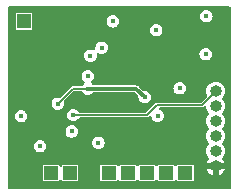
<source format=gbr>
%TF.GenerationSoftware,KiCad,Pcbnew,7.0.2-6a45011f42~172~ubuntu22.04.1*%
%TF.CreationDate,2023-06-03T20:54:13+08:00*%
%TF.ProjectId,fly2040_min,666c7932-3034-4305-9f6d-696e2e6b6963,rev?*%
%TF.SameCoordinates,PX45b6ae0PY2f1c8c0*%
%TF.FileFunction,Copper,L2,Inr*%
%TF.FilePolarity,Positive*%
%FSLAX46Y46*%
G04 Gerber Fmt 4.6, Leading zero omitted, Abs format (unit mm)*
G04 Created by KiCad (PCBNEW 7.0.2-6a45011f42~172~ubuntu22.04.1) date 2023-06-03 20:54:13*
%MOMM*%
%LPD*%
G01*
G04 APERTURE LIST*
%TA.AperFunction,ComponentPad*%
%ADD10R,1.200000X1.200000*%
%TD*%
%TA.AperFunction,ComponentPad*%
%ADD11O,1.000000X1.000000*%
%TD*%
%TA.AperFunction,ViaPad*%
%ADD12C,0.450000*%
%TD*%
%TA.AperFunction,Conductor*%
%ADD13C,0.200000*%
%TD*%
%TA.AperFunction,Conductor*%
%ADD14C,0.357600*%
%TD*%
G04 APERTURE END LIST*
D10*
%TO.N,NS_SCL*%
%TO.C,J7*%
X3687500Y-14150000D03*
%TD*%
D11*
%TO.N,RST*%
%TO.C,J8*%
X17644248Y-7218121D03*
%TO.N,BOOT*%
X17644248Y-8488121D03*
%TO.N,D+*%
X17644248Y-9758121D03*
%TO.N,D-*%
X17644248Y-11028121D03*
%TO.N,+3V3*%
X17644248Y-12298121D03*
%TO.N,GND*%
X17644248Y-13568121D03*
%TD*%
D10*
%TO.N,NS_CPU*%
%TO.C,J1*%
X1410000Y-1320000D03*
%TD*%
%TO.N,NS_CMD*%
%TO.C,J4*%
X11825000Y-14150000D03*
%TD*%
%TO.N,NS_RST*%
%TO.C,J2*%
X8570000Y-14150000D03*
%TD*%
%TO.N,NS_SDA*%
%TO.C,J6*%
X5320000Y-14150000D03*
%TD*%
%TO.N,NS_D0*%
%TO.C,J5*%
X13452500Y-14150000D03*
%TD*%
%TO.N,GND*%
%TO.C,J9*%
X6942500Y-14150000D03*
%TD*%
%TO.N,NS_CLK*%
%TO.C,J3*%
X10197500Y-14150000D03*
%TD*%
%TO.N,+3V3*%
%TO.C,J10*%
X15080000Y-14150000D03*
%TD*%
D12*
%TO.N,GND*%
X10730000Y-8200000D03*
X5700000Y-2420000D03*
X15920000Y-2760000D03*
%TO.N,+3V3*%
X5460000Y-10630000D03*
X12600000Y-2060000D03*
X12735000Y-9300000D03*
X8935000Y-1300000D03*
X6820000Y-5940000D03*
X1160000Y-9340000D03*
X16790000Y-4080000D03*
X14590000Y-6970000D03*
X7710000Y-11590000D03*
%TO.N,BOOT*%
X16850000Y-870000D03*
X2770000Y-11870000D03*
%TO.N,RST*%
X5580000Y-9240000D03*
%TO.N,+1V1*%
X6830000Y-6995000D03*
X11620000Y-7715000D03*
X4270000Y-8270000D03*
%TO.N,NS_SDA*%
X7980000Y-3530000D03*
%TO.N,NS_SCL*%
X7040000Y-4210000D03*
%TD*%
D13*
%TO.N,RST*%
X17644248Y-7225752D02*
X17644248Y-7218121D01*
X12680000Y-8380000D02*
X16490000Y-8380000D01*
X5580000Y-9240000D02*
X11820000Y-9240000D01*
X11820000Y-9240000D02*
X12680000Y-8380000D01*
X16490000Y-8380000D02*
X17644248Y-7225752D01*
%TO.N,+1V1*%
X5545000Y-6995000D02*
X6830000Y-6995000D01*
D14*
X10905000Y-7000000D02*
X11620000Y-7715000D01*
X6830000Y-6995000D02*
X6835000Y-7000000D01*
D13*
X4270000Y-8270000D02*
X5545000Y-6995000D01*
D14*
X6835000Y-7000000D02*
X10905000Y-7000000D01*
%TD*%
%TA.AperFunction,Conductor*%
%TO.N,GND*%
G36*
X18872121Y-60002D02*
G01*
X18918614Y-113658D01*
X18930000Y-166000D01*
X18930000Y-15393933D01*
X18909998Y-15462054D01*
X18856342Y-15508547D01*
X18803933Y-15519933D01*
X175851Y-15510066D01*
X107741Y-15490028D01*
X61277Y-15436348D01*
X49918Y-15384149D01*
X49514Y-14759897D01*
X2987000Y-14759897D01*
X2988832Y-14769105D01*
X2992831Y-14789213D01*
X3015043Y-14822457D01*
X3048287Y-14844669D01*
X3077601Y-14850500D01*
X4297398Y-14850499D01*
X4326713Y-14844669D01*
X4359957Y-14822457D01*
X4382169Y-14789213D01*
X4382169Y-14789212D01*
X4396093Y-14768374D01*
X4396265Y-14768489D01*
X4413071Y-14736356D01*
X4474763Y-14701219D01*
X4545658Y-14705014D01*
X4603247Y-14746535D01*
X4617142Y-14776958D01*
X4625331Y-14789213D01*
X4647543Y-14822457D01*
X4680787Y-14844669D01*
X4710101Y-14850500D01*
X5929898Y-14850499D01*
X5959213Y-14844669D01*
X5992457Y-14822457D01*
X6014669Y-14789213D01*
X6020500Y-14759899D01*
X6020500Y-14759897D01*
X7869500Y-14759897D01*
X7871332Y-14769105D01*
X7875331Y-14789213D01*
X7897543Y-14822457D01*
X7930787Y-14844669D01*
X7960101Y-14850500D01*
X9179898Y-14850499D01*
X9209213Y-14844669D01*
X9242457Y-14822457D01*
X9264669Y-14789213D01*
X9264669Y-14789212D01*
X9278593Y-14768374D01*
X9281781Y-14770504D01*
X9293041Y-14748957D01*
X9354721Y-14713799D01*
X9425617Y-14717570D01*
X9483221Y-14759071D01*
X9487807Y-14769105D01*
X9488906Y-14768372D01*
X9502830Y-14789212D01*
X9502831Y-14789213D01*
X9525043Y-14822457D01*
X9558287Y-14844669D01*
X9587601Y-14850500D01*
X10807398Y-14850499D01*
X10836713Y-14844669D01*
X10869957Y-14822457D01*
X10892169Y-14789213D01*
X10892169Y-14789212D01*
X10906093Y-14768374D01*
X10909281Y-14770504D01*
X10920541Y-14748957D01*
X10982221Y-14713799D01*
X11053117Y-14717570D01*
X11110721Y-14759071D01*
X11115307Y-14769105D01*
X11116406Y-14768372D01*
X11130330Y-14789212D01*
X11130331Y-14789213D01*
X11152543Y-14822457D01*
X11185787Y-14844669D01*
X11215101Y-14850500D01*
X12434898Y-14850499D01*
X12464213Y-14844669D01*
X12497457Y-14822457D01*
X12519669Y-14789213D01*
X12519669Y-14789212D01*
X12533593Y-14768374D01*
X12536781Y-14770504D01*
X12548041Y-14748957D01*
X12609721Y-14713799D01*
X12680617Y-14717570D01*
X12738221Y-14759071D01*
X12742807Y-14769105D01*
X12743906Y-14768372D01*
X12757830Y-14789212D01*
X12757831Y-14789213D01*
X12780043Y-14822457D01*
X12813287Y-14844669D01*
X12842601Y-14850500D01*
X14062398Y-14850499D01*
X14091713Y-14844669D01*
X14124957Y-14822457D01*
X14147169Y-14789213D01*
X14147169Y-14789212D01*
X14161093Y-14768374D01*
X14164281Y-14770504D01*
X14175541Y-14748957D01*
X14237221Y-14713799D01*
X14308117Y-14717570D01*
X14365721Y-14759071D01*
X14370307Y-14769105D01*
X14371406Y-14768372D01*
X14385330Y-14789212D01*
X14385331Y-14789213D01*
X14407543Y-14822457D01*
X14440787Y-14844669D01*
X14470101Y-14850500D01*
X15689898Y-14850499D01*
X15719213Y-14844669D01*
X15752457Y-14822457D01*
X15774669Y-14789213D01*
X15780500Y-14759899D01*
X15780499Y-13822121D01*
X16885564Y-13822121D01*
X16918911Y-13917423D01*
X17014826Y-14070071D01*
X17142298Y-14197543D01*
X17294942Y-14293456D01*
X17390248Y-14326803D01*
X17390248Y-13822121D01*
X16885564Y-13822121D01*
X15780499Y-13822121D01*
X15780499Y-13540102D01*
X15774669Y-13510787D01*
X15752457Y-13477543D01*
X15719213Y-13455331D01*
X15719212Y-13455330D01*
X15689899Y-13449500D01*
X14470102Y-13449500D01*
X14440787Y-13455331D01*
X14407543Y-13477543D01*
X14371407Y-13531626D01*
X14368212Y-13529491D01*
X14356907Y-13551095D01*
X14295206Y-13586217D01*
X14224312Y-13582405D01*
X14166733Y-13540870D01*
X14162182Y-13530900D01*
X14161094Y-13531628D01*
X14147169Y-13510787D01*
X14124957Y-13477543D01*
X14091713Y-13455331D01*
X14091712Y-13455330D01*
X14062399Y-13449500D01*
X12842602Y-13449500D01*
X12813287Y-13455331D01*
X12780043Y-13477543D01*
X12743907Y-13531626D01*
X12740712Y-13529491D01*
X12729407Y-13551095D01*
X12667706Y-13586217D01*
X12596812Y-13582405D01*
X12539233Y-13540870D01*
X12534682Y-13530900D01*
X12533594Y-13531628D01*
X12519669Y-13510787D01*
X12497457Y-13477543D01*
X12464213Y-13455331D01*
X12464212Y-13455330D01*
X12434899Y-13449500D01*
X11215102Y-13449500D01*
X11185787Y-13455331D01*
X11152543Y-13477543D01*
X11116407Y-13531626D01*
X11113212Y-13529491D01*
X11101907Y-13551095D01*
X11040206Y-13586217D01*
X10969312Y-13582405D01*
X10911733Y-13540870D01*
X10907182Y-13530900D01*
X10906094Y-13531628D01*
X10892169Y-13510787D01*
X10869957Y-13477543D01*
X10836713Y-13455331D01*
X10836712Y-13455330D01*
X10807399Y-13449500D01*
X9587602Y-13449500D01*
X9558287Y-13455331D01*
X9525043Y-13477543D01*
X9488907Y-13531626D01*
X9485712Y-13529491D01*
X9474407Y-13551095D01*
X9412706Y-13586217D01*
X9341812Y-13582405D01*
X9284233Y-13540870D01*
X9279682Y-13530900D01*
X9278594Y-13531628D01*
X9264669Y-13510787D01*
X9242457Y-13477543D01*
X9209213Y-13455331D01*
X9209212Y-13455330D01*
X9179899Y-13449500D01*
X7960102Y-13449500D01*
X7930787Y-13455331D01*
X7897543Y-13477543D01*
X7875330Y-13510787D01*
X7869500Y-13540100D01*
X7869500Y-14759897D01*
X6020500Y-14759897D01*
X6020499Y-13540102D01*
X6014669Y-13510787D01*
X5992457Y-13477543D01*
X5959213Y-13455331D01*
X5959212Y-13455330D01*
X5929899Y-13449500D01*
X4710102Y-13449500D01*
X4680787Y-13455331D01*
X4647543Y-13477543D01*
X4611407Y-13531626D01*
X4611233Y-13531509D01*
X4594421Y-13563650D01*
X4532726Y-13598782D01*
X4461832Y-13594982D01*
X4404246Y-13553456D01*
X4390355Y-13523039D01*
X4382169Y-13510787D01*
X4359957Y-13477543D01*
X4326713Y-13455331D01*
X4326712Y-13455330D01*
X4297399Y-13449500D01*
X3077602Y-13449500D01*
X3048287Y-13455331D01*
X3015043Y-13477543D01*
X2992830Y-13510787D01*
X2987000Y-13540100D01*
X2987000Y-14759897D01*
X49514Y-14759897D01*
X47646Y-11869999D01*
X2239965Y-11869999D01*
X2258025Y-12007183D01*
X2310974Y-12135016D01*
X2310976Y-12135018D01*
X2395209Y-12244791D01*
X2464708Y-12298120D01*
X2504983Y-12329025D01*
X2632816Y-12381974D01*
X2648775Y-12384075D01*
X2770000Y-12400035D01*
X2907183Y-12381974D01*
X3035018Y-12329024D01*
X3144791Y-12244791D01*
X3229024Y-12135018D01*
X3235231Y-12120034D01*
X3281974Y-12007183D01*
X3287555Y-11964790D01*
X3300035Y-11870000D01*
X3281974Y-11732817D01*
X3229024Y-11604983D01*
X3217526Y-11589999D01*
X7179965Y-11589999D01*
X7198025Y-11727183D01*
X7250974Y-11855016D01*
X7250976Y-11855018D01*
X7335209Y-11964791D01*
X7390455Y-12007183D01*
X7444983Y-12049025D01*
X7572816Y-12101974D01*
X7588775Y-12104075D01*
X7710000Y-12120035D01*
X7847183Y-12101974D01*
X7975018Y-12049024D01*
X8084791Y-11964791D01*
X8169024Y-11855018D01*
X8221974Y-11727183D01*
X8240035Y-11590000D01*
X8221974Y-11452817D01*
X8169024Y-11324983D01*
X8084791Y-11215209D01*
X7989351Y-11141974D01*
X7975016Y-11130974D01*
X7847183Y-11078025D01*
X7725958Y-11062066D01*
X7710000Y-11059965D01*
X7709999Y-11059965D01*
X7572817Y-11078025D01*
X7444983Y-11130975D01*
X7335209Y-11215209D01*
X7250975Y-11324983D01*
X7198025Y-11452817D01*
X7179965Y-11589999D01*
X3217526Y-11589999D01*
X3144791Y-11495209D01*
X3076455Y-11442772D01*
X3035016Y-11410974D01*
X2907183Y-11358025D01*
X2785958Y-11342066D01*
X2770000Y-11339965D01*
X2769999Y-11339965D01*
X2632817Y-11358025D01*
X2504983Y-11410975D01*
X2395209Y-11495209D01*
X2310975Y-11604983D01*
X2258025Y-11732817D01*
X2239965Y-11869999D01*
X47646Y-11869999D01*
X46845Y-10629999D01*
X4929965Y-10629999D01*
X4948025Y-10767183D01*
X5000974Y-10895016D01*
X5000976Y-10895018D01*
X5085209Y-11004791D01*
X5157112Y-11059965D01*
X5194983Y-11089025D01*
X5322816Y-11141974D01*
X5338775Y-11144075D01*
X5460000Y-11160035D01*
X5597183Y-11141974D01*
X5623735Y-11130976D01*
X5725016Y-11089025D01*
X5725016Y-11089024D01*
X5725018Y-11089024D01*
X5834791Y-11004791D01*
X5919024Y-10895018D01*
X5938141Y-10848866D01*
X5971974Y-10767183D01*
X5971973Y-10767182D01*
X5990035Y-10630000D01*
X5971974Y-10492817D01*
X5919024Y-10364983D01*
X5834791Y-10255209D01*
X5766455Y-10202772D01*
X5725016Y-10170974D01*
X5597183Y-10118025D01*
X5475958Y-10102066D01*
X5460000Y-10099965D01*
X5459999Y-10099965D01*
X5322817Y-10118025D01*
X5194983Y-10170975D01*
X5085209Y-10255209D01*
X5000975Y-10364983D01*
X4948025Y-10492817D01*
X4929965Y-10629999D01*
X46845Y-10629999D01*
X46011Y-9339999D01*
X629965Y-9339999D01*
X648025Y-9477183D01*
X700974Y-9605016D01*
X700976Y-9605018D01*
X785209Y-9714791D01*
X874263Y-9783125D01*
X894983Y-9799025D01*
X1022816Y-9851974D01*
X1040876Y-9854351D01*
X1160000Y-9870035D01*
X1297183Y-9851974D01*
X1297182Y-9851974D01*
X1425016Y-9799025D01*
X1425016Y-9799024D01*
X1425018Y-9799024D01*
X1534791Y-9714791D01*
X1619024Y-9605018D01*
X1671974Y-9477183D01*
X1690035Y-9340000D01*
X1676869Y-9239999D01*
X5049965Y-9239999D01*
X5068025Y-9377183D01*
X5120974Y-9505016D01*
X5120976Y-9505018D01*
X5205209Y-9614791D01*
X5294263Y-9683125D01*
X5314983Y-9699025D01*
X5442816Y-9751974D01*
X5460877Y-9754351D01*
X5580000Y-9770035D01*
X5717183Y-9751974D01*
X5717182Y-9751974D01*
X5845016Y-9699025D01*
X5845016Y-9699024D01*
X5845018Y-9699024D01*
X5954791Y-9614791D01*
X6039024Y-9505018D01*
X6039024Y-9505015D01*
X6049123Y-9491856D01*
X6049960Y-9492498D01*
X6082672Y-9451903D01*
X6150035Y-9429480D01*
X6154536Y-9429400D01*
X11766414Y-9429400D01*
X11792021Y-9433750D01*
X11798247Y-9433048D01*
X11798249Y-9433049D01*
X11823606Y-9430192D01*
X11837713Y-9429400D01*
X11841339Y-9429400D01*
X11841341Y-9429400D01*
X11844884Y-9428591D01*
X11858796Y-9426227D01*
X11884164Y-9423369D01*
X11884166Y-9423367D01*
X11890401Y-9422665D01*
X11899386Y-9418944D01*
X11924237Y-9399125D01*
X11935770Y-9390942D01*
X11938836Y-9389016D01*
X11941401Y-9386450D01*
X11951933Y-9377038D01*
X11971887Y-9361126D01*
X11971888Y-9361123D01*
X11976788Y-9357216D01*
X11991819Y-9336031D01*
X12003695Y-9324155D01*
X12066005Y-9290131D01*
X12136820Y-9295196D01*
X12193656Y-9337743D01*
X12217710Y-9396805D01*
X12223026Y-9437183D01*
X12275974Y-9565016D01*
X12286602Y-9578866D01*
X12360209Y-9674791D01*
X12449263Y-9743125D01*
X12469983Y-9759025D01*
X12597816Y-9811974D01*
X12613775Y-9814075D01*
X12735000Y-9830035D01*
X12872183Y-9811974D01*
X13000018Y-9759024D01*
X13109791Y-9674791D01*
X13194024Y-9565018D01*
X13246974Y-9437183D01*
X13265035Y-9300000D01*
X13246974Y-9162817D01*
X13194024Y-9034983D01*
X13109791Y-8925209D01*
X13031599Y-8865209D01*
X13000016Y-8840974D01*
X12929602Y-8811809D01*
X12874321Y-8767262D01*
X12851899Y-8699898D01*
X12869457Y-8631107D01*
X12921418Y-8582728D01*
X12977819Y-8569400D01*
X16436414Y-8569400D01*
X16462021Y-8573750D01*
X16468247Y-8573048D01*
X16468249Y-8573049D01*
X16493606Y-8570192D01*
X16507713Y-8569400D01*
X16511339Y-8569400D01*
X16511341Y-8569400D01*
X16514884Y-8568591D01*
X16528796Y-8566227D01*
X16554164Y-8563369D01*
X16554166Y-8563367D01*
X16560401Y-8562665D01*
X16569386Y-8558944D01*
X16594237Y-8539125D01*
X16605770Y-8530942D01*
X16608836Y-8529016D01*
X16611401Y-8526450D01*
X16621925Y-8517043D01*
X16641887Y-8501126D01*
X16641888Y-8501122D01*
X16645560Y-8498195D01*
X16711290Y-8471361D01*
X16781093Y-8484323D01*
X16832808Y-8532965D01*
X16849328Y-8582598D01*
X16858880Y-8667378D01*
X16918458Y-8837642D01*
X17014432Y-8990384D01*
X17058074Y-9034026D01*
X17092100Y-9096338D01*
X17087035Y-9167153D01*
X17058074Y-9212216D01*
X17014432Y-9255857D01*
X16918458Y-9408599D01*
X16858880Y-9578863D01*
X16838683Y-9758120D01*
X16858880Y-9937378D01*
X16918458Y-10107642D01*
X17014432Y-10260384D01*
X17058074Y-10304026D01*
X17092100Y-10366338D01*
X17087035Y-10437153D01*
X17058074Y-10482216D01*
X17014432Y-10525857D01*
X16918458Y-10678599D01*
X16858880Y-10848863D01*
X16838683Y-11028120D01*
X16858880Y-11207378D01*
X16918458Y-11377642D01*
X17014432Y-11530384D01*
X17058074Y-11574026D01*
X17092100Y-11636338D01*
X17087035Y-11707153D01*
X17058074Y-11752216D01*
X17014432Y-11795857D01*
X16918458Y-11948599D01*
X16858880Y-12118863D01*
X16838683Y-12298120D01*
X16858880Y-12477378D01*
X16918458Y-12647642D01*
X17014432Y-12800384D01*
X17058427Y-12844379D01*
X17092453Y-12906691D01*
X17087388Y-12977506D01*
X17058428Y-13022569D01*
X17014824Y-13066173D01*
X16918911Y-13218818D01*
X16885563Y-13314120D01*
X16885564Y-13314121D01*
X17434189Y-13314121D01*
X17432119Y-13315316D01*
X17358447Y-13403114D01*
X17319248Y-13510815D01*
X17319248Y-13625427D01*
X17358447Y-13733128D01*
X17432119Y-13820926D01*
X17531377Y-13878233D01*
X17615812Y-13893121D01*
X17672684Y-13893121D01*
X17757119Y-13878233D01*
X17854307Y-13822121D01*
X17898248Y-13822121D01*
X17898248Y-14326803D01*
X17993553Y-14293456D01*
X18146197Y-14197543D01*
X18273669Y-14070071D01*
X18369584Y-13917423D01*
X18402932Y-13822121D01*
X17898248Y-13822121D01*
X17854307Y-13822121D01*
X17856377Y-13820926D01*
X17930049Y-13733128D01*
X17969248Y-13625427D01*
X17969248Y-13510815D01*
X17930049Y-13403114D01*
X17856377Y-13315316D01*
X17854307Y-13314121D01*
X18402932Y-13314121D01*
X18402932Y-13314120D01*
X18369584Y-13218818D01*
X18273669Y-13066170D01*
X18230068Y-13022569D01*
X18196042Y-12960257D01*
X18201107Y-12889442D01*
X18230066Y-12844380D01*
X18274064Y-12800383D01*
X18370037Y-12647643D01*
X18429616Y-12477376D01*
X18449813Y-12298121D01*
X18429616Y-12118866D01*
X18370037Y-11948599D01*
X18274064Y-11795859D01*
X18274063Y-11795857D01*
X18230422Y-11752216D01*
X18196396Y-11689904D01*
X18201461Y-11619089D01*
X18230422Y-11574026D01*
X18274063Y-11530384D01*
X18296165Y-11495209D01*
X18370037Y-11377643D01*
X18429616Y-11207376D01*
X18449813Y-11028121D01*
X18429616Y-10848866D01*
X18370037Y-10678599D01*
X18274064Y-10525859D01*
X18274063Y-10525857D01*
X18230422Y-10482216D01*
X18196396Y-10419904D01*
X18201461Y-10349089D01*
X18230422Y-10304026D01*
X18274063Y-10260384D01*
X18330242Y-10170976D01*
X18370037Y-10107643D01*
X18429616Y-9937376D01*
X18449813Y-9758121D01*
X18429616Y-9578866D01*
X18370037Y-9408599D01*
X18350297Y-9377183D01*
X18274063Y-9255857D01*
X18230422Y-9212216D01*
X18196396Y-9149904D01*
X18201461Y-9079089D01*
X18230422Y-9034026D01*
X18274063Y-8990384D01*
X18274064Y-8990383D01*
X18370037Y-8837643D01*
X18429616Y-8667376D01*
X18449813Y-8488121D01*
X18429616Y-8308866D01*
X18370037Y-8138599D01*
X18318890Y-8057199D01*
X18274063Y-7985857D01*
X18230422Y-7942216D01*
X18196396Y-7879904D01*
X18201461Y-7809089D01*
X18230422Y-7764026D01*
X18274063Y-7720384D01*
X18277447Y-7714999D01*
X18370037Y-7567643D01*
X18429616Y-7397376D01*
X18449813Y-7218121D01*
X18429616Y-7038866D01*
X18370037Y-6868599D01*
X18330402Y-6805520D01*
X18274063Y-6715857D01*
X18146511Y-6588305D01*
X17993769Y-6492331D01*
X17823505Y-6432753D01*
X17644248Y-6412556D01*
X17464990Y-6432753D01*
X17294726Y-6492331D01*
X17141984Y-6588305D01*
X17014432Y-6715857D01*
X16918458Y-6868599D01*
X16858880Y-7038863D01*
X16845393Y-7158564D01*
X16838683Y-7218121D01*
X16845162Y-7275628D01*
X16858880Y-7397378D01*
X16922390Y-7578879D01*
X16926009Y-7649783D01*
X16892557Y-7709589D01*
X16448453Y-8153695D01*
X16386141Y-8187720D01*
X16359357Y-8190600D01*
X12733592Y-8190600D01*
X12707980Y-8186248D01*
X12676388Y-8189808D01*
X12662280Y-8190600D01*
X12658659Y-8190600D01*
X12655114Y-8191409D01*
X12641195Y-8193773D01*
X12609612Y-8197332D01*
X12600605Y-8201063D01*
X12575753Y-8220881D01*
X12564240Y-8229050D01*
X12561162Y-8230983D01*
X12558590Y-8233556D01*
X12548069Y-8242958D01*
X12523215Y-8262779D01*
X12508183Y-8283963D01*
X11778453Y-9013695D01*
X11716140Y-9047720D01*
X11689357Y-9050600D01*
X6154536Y-9050600D01*
X6086415Y-9030598D01*
X6049426Y-8987910D01*
X6049123Y-8988144D01*
X6045211Y-8983046D01*
X6039922Y-8976942D01*
X6039128Y-8975119D01*
X5954792Y-8865210D01*
X5918865Y-8837642D01*
X5846319Y-8781974D01*
X5845016Y-8780974D01*
X5717183Y-8728025D01*
X5595958Y-8712066D01*
X5580000Y-8709965D01*
X5579999Y-8709965D01*
X5442817Y-8728025D01*
X5314983Y-8780975D01*
X5205209Y-8865209D01*
X5120975Y-8974983D01*
X5068025Y-9102817D01*
X5049965Y-9239999D01*
X1676869Y-9239999D01*
X1671974Y-9202817D01*
X1619024Y-9074983D01*
X1534791Y-8965209D01*
X1466455Y-8912772D01*
X1425016Y-8880974D01*
X1297183Y-8828025D01*
X1174006Y-8811809D01*
X1160000Y-8809965D01*
X1159999Y-8809965D01*
X1022817Y-8828025D01*
X894983Y-8880975D01*
X785209Y-8965209D01*
X700975Y-9074983D01*
X648025Y-9202817D01*
X629965Y-9339999D01*
X46011Y-9339999D01*
X45319Y-8269999D01*
X3739965Y-8269999D01*
X3758025Y-8407183D01*
X3810974Y-8535016D01*
X3832731Y-8563369D01*
X3895209Y-8644791D01*
X3924645Y-8667378D01*
X4004983Y-8729025D01*
X4132816Y-8781974D01*
X4150876Y-8784351D01*
X4270000Y-8800035D01*
X4407183Y-8781974D01*
X4535018Y-8729024D01*
X4644791Y-8644791D01*
X4729024Y-8535018D01*
X4729875Y-8532965D01*
X4781974Y-8407183D01*
X4781973Y-8407182D01*
X4800035Y-8270000D01*
X4781974Y-8132817D01*
X4779809Y-8116370D01*
X4780855Y-8116232D01*
X4775281Y-8064391D01*
X4807060Y-8000904D01*
X4810154Y-7997696D01*
X5586547Y-7221304D01*
X5648860Y-7187279D01*
X5675643Y-7184400D01*
X6255464Y-7184400D01*
X6323585Y-7204402D01*
X6360573Y-7247089D01*
X6360877Y-7246856D01*
X6364788Y-7251954D01*
X6370078Y-7258058D01*
X6370871Y-7259880D01*
X6370974Y-7260015D01*
X6370976Y-7260018D01*
X6455209Y-7369791D01*
X6491161Y-7397378D01*
X6564983Y-7454025D01*
X6692816Y-7506974D01*
X6708775Y-7509075D01*
X6830000Y-7525035D01*
X6967183Y-7506974D01*
X6983938Y-7500034D01*
X7095016Y-7454025D01*
X7095016Y-7454024D01*
X7095018Y-7454024D01*
X7204791Y-7369791D01*
X7223975Y-7344791D01*
X7244921Y-7317495D01*
X7302259Y-7275628D01*
X7344882Y-7268200D01*
X10741716Y-7268200D01*
X10809837Y-7288202D01*
X10830811Y-7305104D01*
X11063564Y-7537856D01*
X11097589Y-7600169D01*
X11099391Y-7643397D01*
X11090677Y-7709589D01*
X11089965Y-7715000D01*
X11093252Y-7739965D01*
X11108025Y-7852183D01*
X11160974Y-7980016D01*
X11192772Y-8021455D01*
X11245209Y-8089791D01*
X11301281Y-8132817D01*
X11354983Y-8174025D01*
X11482816Y-8226974D01*
X11498585Y-8229050D01*
X11620000Y-8245035D01*
X11757183Y-8226974D01*
X11819739Y-8201063D01*
X11885016Y-8174025D01*
X11885016Y-8174024D01*
X11885018Y-8174024D01*
X11994791Y-8089791D01*
X12079024Y-7980018D01*
X12131974Y-7852183D01*
X12150035Y-7715000D01*
X12131974Y-7577817D01*
X12079024Y-7449983D01*
X11994791Y-7340209D01*
X11910629Y-7275628D01*
X11885016Y-7255974D01*
X11757183Y-7203025D01*
X11648591Y-7188729D01*
X11620000Y-7184965D01*
X11619999Y-7184965D01*
X11619998Y-7184965D01*
X11548397Y-7194391D01*
X11478249Y-7183451D01*
X11442856Y-7158564D01*
X11254292Y-6969999D01*
X14059965Y-6969999D01*
X14078025Y-7107183D01*
X14130974Y-7235016D01*
X14150159Y-7260018D01*
X14215209Y-7344791D01*
X14283738Y-7397376D01*
X14324983Y-7429025D01*
X14452816Y-7481974D01*
X14468775Y-7484075D01*
X14590000Y-7500035D01*
X14727183Y-7481974D01*
X14855018Y-7429024D01*
X14964791Y-7344791D01*
X15049024Y-7235018D01*
X15054705Y-7221304D01*
X15101974Y-7107183D01*
X15110968Y-7038866D01*
X15120035Y-6970000D01*
X15101974Y-6832817D01*
X15049024Y-6704983D01*
X14964791Y-6595209D01*
X14887598Y-6535976D01*
X14855016Y-6510974D01*
X14727183Y-6458025D01*
X14605958Y-6442066D01*
X14590000Y-6439965D01*
X14589999Y-6439965D01*
X14452817Y-6458025D01*
X14324983Y-6510975D01*
X14215209Y-6595209D01*
X14130975Y-6704983D01*
X14078025Y-6832817D01*
X14059965Y-6969999D01*
X11254292Y-6969999D01*
X11122095Y-6837802D01*
X11106426Y-6818709D01*
X11102165Y-6812332D01*
X11098361Y-6806639D01*
X11098360Y-6806638D01*
X11086290Y-6798573D01*
X11086283Y-6798567D01*
X11009647Y-6747360D01*
X10905000Y-6726546D01*
X10890757Y-6729379D01*
X10866177Y-6731800D01*
X7352554Y-6731800D01*
X7284433Y-6711798D01*
X7252592Y-6682504D01*
X7204792Y-6620210D01*
X7163213Y-6588305D01*
X7131049Y-6563624D01*
X7089183Y-6506286D01*
X7084962Y-6435415D01*
X7119727Y-6373513D01*
X7131051Y-6363701D01*
X7194791Y-6314791D01*
X7279024Y-6205018D01*
X7331974Y-6077183D01*
X7350035Y-5940000D01*
X7331974Y-5802817D01*
X7279024Y-5674983D01*
X7194791Y-5565209D01*
X7126455Y-5512772D01*
X7085016Y-5480974D01*
X6957183Y-5428025D01*
X6835958Y-5412066D01*
X6820000Y-5409965D01*
X6819999Y-5409965D01*
X6682817Y-5428025D01*
X6554983Y-5480975D01*
X6445209Y-5565209D01*
X6360975Y-5674983D01*
X6308025Y-5802817D01*
X6289965Y-5939999D01*
X6308025Y-6077183D01*
X6360974Y-6205016D01*
X6360976Y-6205018D01*
X6445209Y-6314791D01*
X6518949Y-6371375D01*
X6560816Y-6428712D01*
X6565037Y-6499583D01*
X6530272Y-6561486D01*
X6518950Y-6571297D01*
X6455208Y-6620209D01*
X6360877Y-6743144D01*
X6360040Y-6742501D01*
X6327325Y-6783099D01*
X6259962Y-6805520D01*
X6255464Y-6805600D01*
X5598588Y-6805600D01*
X5572980Y-6801249D01*
X5541393Y-6804808D01*
X5527286Y-6805600D01*
X5523655Y-6805600D01*
X5520104Y-6806410D01*
X5506198Y-6808772D01*
X5474614Y-6812332D01*
X5465605Y-6816063D01*
X5440752Y-6835882D01*
X5429239Y-6844051D01*
X5426161Y-6845984D01*
X5423590Y-6848556D01*
X5413069Y-6857958D01*
X5388215Y-6877779D01*
X5373181Y-6898965D01*
X4542331Y-7729815D01*
X4480019Y-7763841D01*
X4423678Y-7759811D01*
X4423629Y-7760191D01*
X4417255Y-7759351D01*
X4409204Y-7758776D01*
X4407355Y-7758048D01*
X4293286Y-7743030D01*
X4270000Y-7739965D01*
X4269999Y-7739965D01*
X4132817Y-7758025D01*
X4004983Y-7810975D01*
X3895209Y-7895209D01*
X3810975Y-8004983D01*
X3758025Y-8132817D01*
X3739965Y-8269999D01*
X45319Y-8269999D01*
X43038Y-4740034D01*
X42695Y-4209999D01*
X6509965Y-4209999D01*
X6528025Y-4347183D01*
X6580974Y-4475016D01*
X6580976Y-4475018D01*
X6665209Y-4584791D01*
X6754263Y-4653125D01*
X6774983Y-4669025D01*
X6902816Y-4721974D01*
X6918775Y-4724075D01*
X7040000Y-4740035D01*
X7177183Y-4721974D01*
X7305018Y-4669024D01*
X7414791Y-4584791D01*
X7499024Y-4475018D01*
X7551974Y-4347183D01*
X7570035Y-4210000D01*
X7559390Y-4129146D01*
X7567054Y-4079999D01*
X16259965Y-4079999D01*
X16278025Y-4217183D01*
X16330974Y-4345016D01*
X16330976Y-4345018D01*
X16415209Y-4454791D01*
X16504263Y-4523125D01*
X16524983Y-4539025D01*
X16652816Y-4591974D01*
X16668775Y-4594075D01*
X16790000Y-4610035D01*
X16927183Y-4591974D01*
X17055018Y-4539024D01*
X17164791Y-4454791D01*
X17249024Y-4345018D01*
X17301974Y-4217183D01*
X17320035Y-4080000D01*
X17301974Y-3942817D01*
X17249024Y-3814983D01*
X17164791Y-3705209D01*
X17096455Y-3652772D01*
X17055016Y-3620974D01*
X16927183Y-3568025D01*
X16805958Y-3552066D01*
X16790000Y-3549965D01*
X16789999Y-3549965D01*
X16652817Y-3568025D01*
X16524983Y-3620975D01*
X16415209Y-3705209D01*
X16330975Y-3814983D01*
X16278025Y-3942817D01*
X16259965Y-4079999D01*
X7567054Y-4079999D01*
X7570329Y-4058999D01*
X7617457Y-4005900D01*
X7685811Y-3986710D01*
X7732527Y-3996291D01*
X7842817Y-4041974D01*
X7980000Y-4060035D01*
X8117183Y-4041974D01*
X8204275Y-4005900D01*
X8245016Y-3989025D01*
X8245016Y-3989024D01*
X8245018Y-3989024D01*
X8354791Y-3904791D01*
X8439024Y-3795018D01*
X8456309Y-3753289D01*
X8491974Y-3667183D01*
X8498057Y-3620976D01*
X8510035Y-3530000D01*
X8491974Y-3392817D01*
X8439024Y-3264983D01*
X8354791Y-3155209D01*
X8286455Y-3102772D01*
X8245016Y-3070974D01*
X8117183Y-3018025D01*
X7995958Y-3002066D01*
X7980000Y-2999965D01*
X7979999Y-2999965D01*
X7842817Y-3018025D01*
X7714983Y-3070975D01*
X7605209Y-3155209D01*
X7520975Y-3264983D01*
X7468025Y-3392817D01*
X7449965Y-3530000D01*
X7460609Y-3610852D01*
X7449669Y-3681001D01*
X7402541Y-3734099D01*
X7334187Y-3753289D01*
X7287470Y-3743707D01*
X7177183Y-3698025D01*
X7055958Y-3682066D01*
X7040000Y-3679965D01*
X7039999Y-3679965D01*
X6902817Y-3698025D01*
X6774983Y-3750975D01*
X6665209Y-3835209D01*
X6580975Y-3944983D01*
X6528025Y-4072817D01*
X6509965Y-4209999D01*
X42695Y-4209999D01*
X41306Y-2059999D01*
X12069965Y-2059999D01*
X12088025Y-2197183D01*
X12140974Y-2325016D01*
X12140976Y-2325018D01*
X12225209Y-2434791D01*
X12314263Y-2503125D01*
X12334983Y-2519025D01*
X12462816Y-2571974D01*
X12480876Y-2574351D01*
X12600000Y-2590035D01*
X12737183Y-2571974D01*
X12865018Y-2519024D01*
X12974791Y-2434791D01*
X13059024Y-2325018D01*
X13111974Y-2197183D01*
X13130035Y-2060000D01*
X13111974Y-1922817D01*
X13059024Y-1794983D01*
X12974791Y-1685209D01*
X12906455Y-1632772D01*
X12865016Y-1600974D01*
X12737183Y-1548025D01*
X12615958Y-1532066D01*
X12600000Y-1529965D01*
X12599999Y-1529965D01*
X12462817Y-1548025D01*
X12334983Y-1600975D01*
X12225209Y-1685209D01*
X12140975Y-1794983D01*
X12088025Y-1922817D01*
X12069965Y-2059999D01*
X41306Y-2059999D01*
X41222Y-1929897D01*
X709500Y-1929897D01*
X714171Y-1953381D01*
X715331Y-1959213D01*
X737543Y-1992457D01*
X770787Y-2014669D01*
X800101Y-2020500D01*
X2019898Y-2020499D01*
X2049213Y-2014669D01*
X2082457Y-1992457D01*
X2104669Y-1959213D01*
X2110500Y-1929899D01*
X2110499Y-1299999D01*
X8404965Y-1299999D01*
X8423025Y-1437183D01*
X8475974Y-1565016D01*
X8475976Y-1565018D01*
X8560209Y-1674791D01*
X8649263Y-1743125D01*
X8669983Y-1759025D01*
X8797816Y-1811974D01*
X8813775Y-1814075D01*
X8935000Y-1830035D01*
X9072183Y-1811974D01*
X9200018Y-1759024D01*
X9309791Y-1674791D01*
X9394024Y-1565018D01*
X9446974Y-1437183D01*
X9465035Y-1300000D01*
X9446974Y-1162817D01*
X9394024Y-1034983D01*
X9309791Y-925209D01*
X9237841Y-869999D01*
X16319965Y-869999D01*
X16338025Y-1007183D01*
X16390974Y-1135016D01*
X16390976Y-1135018D01*
X16475209Y-1244791D01*
X16547158Y-1300000D01*
X16584983Y-1329025D01*
X16712816Y-1381974D01*
X16730876Y-1384351D01*
X16850000Y-1400035D01*
X16987183Y-1381974D01*
X17115018Y-1329024D01*
X17224791Y-1244791D01*
X17309024Y-1135018D01*
X17361974Y-1007183D01*
X17380035Y-870000D01*
X17361974Y-732817D01*
X17309024Y-604983D01*
X17224791Y-495209D01*
X17156455Y-442772D01*
X17115016Y-410974D01*
X16987183Y-358025D01*
X16865958Y-342066D01*
X16850000Y-339965D01*
X16849999Y-339965D01*
X16712817Y-358025D01*
X16584983Y-410975D01*
X16475209Y-495209D01*
X16390975Y-604983D01*
X16338025Y-732817D01*
X16319965Y-869999D01*
X9237841Y-869999D01*
X9200016Y-840974D01*
X9072183Y-788025D01*
X8950958Y-772066D01*
X8935000Y-769965D01*
X8934999Y-769965D01*
X8797817Y-788025D01*
X8669983Y-840975D01*
X8560209Y-925209D01*
X8475975Y-1034983D01*
X8423025Y-1162817D01*
X8404965Y-1299999D01*
X2110499Y-1299999D01*
X2110499Y-710102D01*
X2104669Y-680787D01*
X2082457Y-647543D01*
X2049213Y-625331D01*
X2049212Y-625330D01*
X2019899Y-619500D01*
X800102Y-619500D01*
X770787Y-625331D01*
X737543Y-647543D01*
X715330Y-680787D01*
X709500Y-710100D01*
X709500Y-1929897D01*
X41222Y-1929897D01*
X40082Y-166081D01*
X60040Y-97948D01*
X113666Y-51420D01*
X166082Y-40000D01*
X18804000Y-40000D01*
X18872121Y-60002D01*
G37*
%TD.AperFunction*%
%TD*%
M02*

</source>
